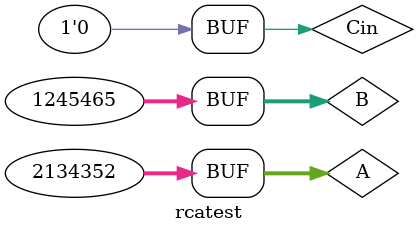
<source format=v>
`timescale 1ns / 1ps


module rcatest;

	// Inputs
	reg [31:0] A;
	reg [31:0] B;
	reg Cin;

	// Outputs
	wire [31:0] Sum;
	wire Cout;

	// Instantiate the Unit Under Test (UUT)
	rca uut (
		.A(A), 
		.B(B), 
		.Cin(Cin), 
		.Sum(Sum), 
		.Cout(Cout)
	);

	initial begin
		// Initialize Inputs
		A = 0;
		B = 0;
		Cin = 0;

		// Wait 100 ns for global reset to finish
		#100;
      A = 2134352;
		#10;
		B = 1245465;
		#10;
		Cin = 1;
		#10;
		Cin = 0;
		// Add stimulus here

	end
      
endmodule


</source>
